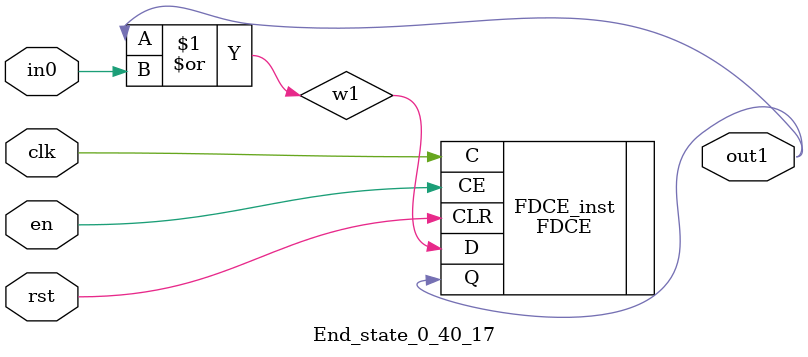
<source format=v>
module engine_0_40(out,clk,sod,en, in_100, in_101, in_0, in_1, in_12, in_13, in_15, in_16, in_19);
//pcre: /^\s\srad\s\d+\x2E\d+\x2E\d+\s\s\x3E\x3C/smi
//block char: \x3E[8], \x3C[8], ^[9], \x20[8], \x2E[8], \d[5], a[0], r[0], d[0], 

	input clk,sod,en;

	input in_100, in_101, in_0, in_1, in_12, in_13, in_15, in_16, in_19;
	output out;

	assign w0 = 1'b1;
	state_0_40_1 BlockState_0_40_1 (w1,in_0,clk,en,sod,w0);
	state_0_40_2 BlockState_0_40_2 (w2,in_1,clk,en,sod,w1);
	state_0_40_3 BlockState_0_40_3 (w3,in_1,clk,en,sod,w2);
	state_0_40_4 BlockState_0_40_4 (w4,in_16,clk,en,sod,w3);
	state_0_40_5 BlockState_0_40_5 (w5,in_15,clk,en,sod,w4);
	state_0_40_6 BlockState_0_40_6 (w6,in_19,clk,en,sod,w5);
	state_0_40_7 BlockState_0_40_7 (w7,in_1,clk,en,sod,w6);
	state_0_40_8 BlockState_0_40_8 (w8,in_13,clk,en,sod,w8,w7);
	state_0_40_9 BlockState_0_40_9 (w9,in_12,clk,en,sod,w8);
	state_0_40_10 BlockState_0_40_10 (w10,in_13,clk,en,sod,w10,w9);
	state_0_40_11 BlockState_0_40_11 (w11,in_12,clk,en,sod,w10);
	state_0_40_12 BlockState_0_40_12 (w12,in_13,clk,en,sod,w12,w11);
	state_0_40_13 BlockState_0_40_13 (w13,in_1,clk,en,sod,w12);
	state_0_40_14 BlockState_0_40_14 (w14,in_1,clk,en,sod,w13);
	state_0_40_15 BlockState_0_40_15 (w15,in_100,clk,en,sod,w14);
	state_0_40_16 BlockState_0_40_16 (w16,in_101,clk,en,sod,w15);
	End_state_0_40_17 BlockState_0_40_17 (out,clk,en,sod,w16);
endmodule

module state_0_40_1(out1,in_char,clk,en,rst,in0);
	input in_char,clk,en,rst,in0;
	output out1;
	wire w1,w2;
	assign w1 = in0; 
	and(w2,in_char,w1);
	FDCE #(.INIT(1'b0)) FDCE_inst (
		.Q(out1),
		.C(clk),
		.CE(en),
		.CLR(rst),
		.D(w2)
);
endmodule

module state_0_40_2(out1,in_char,clk,en,rst,in0);
	input in_char,clk,en,rst,in0;
	output out1;
	wire w1,w2;
	assign w1 = in0; 
	and(w2,in_char,w1);
	FDCE #(.INIT(1'b0)) FDCE_inst (
		.Q(out1),
		.C(clk),
		.CE(en),
		.CLR(rst),
		.D(w2)
);
endmodule

module state_0_40_3(out1,in_char,clk,en,rst,in0);
	input in_char,clk,en,rst,in0;
	output out1;
	wire w1,w2;
	assign w1 = in0; 
	and(w2,in_char,w1);
	FDCE #(.INIT(1'b0)) FDCE_inst (
		.Q(out1),
		.C(clk),
		.CE(en),
		.CLR(rst),
		.D(w2)
);
endmodule

module state_0_40_4(out1,in_char,clk,en,rst,in0);
	input in_char,clk,en,rst,in0;
	output out1;
	wire w1,w2;
	assign w1 = in0; 
	and(w2,in_char,w1);
	FDCE #(.INIT(1'b0)) FDCE_inst (
		.Q(out1),
		.C(clk),
		.CE(en),
		.CLR(rst),
		.D(w2)
);
endmodule

module state_0_40_5(out1,in_char,clk,en,rst,in0);
	input in_char,clk,en,rst,in0;
	output out1;
	wire w1,w2;
	assign w1 = in0; 
	and(w2,in_char,w1);
	FDCE #(.INIT(1'b0)) FDCE_inst (
		.Q(out1),
		.C(clk),
		.CE(en),
		.CLR(rst),
		.D(w2)
);
endmodule

module state_0_40_6(out1,in_char,clk,en,rst,in0);
	input in_char,clk,en,rst,in0;
	output out1;
	wire w1,w2;
	assign w1 = in0; 
	and(w2,in_char,w1);
	FDCE #(.INIT(1'b0)) FDCE_inst (
		.Q(out1),
		.C(clk),
		.CE(en),
		.CLR(rst),
		.D(w2)
);
endmodule

module state_0_40_7(out1,in_char,clk,en,rst,in0);
	input in_char,clk,en,rst,in0;
	output out1;
	wire w1,w2;
	assign w1 = in0; 
	and(w2,in_char,w1);
	FDCE #(.INIT(1'b0)) FDCE_inst (
		.Q(out1),
		.C(clk),
		.CE(en),
		.CLR(rst),
		.D(w2)
);
endmodule

module state_0_40_8(out1,in_char,clk,en,rst,in0,in1);
	input in_char,clk,en,rst,in0,in1;
	output out1;
	wire w1,w2;
	or(w1,in0,in1);
	and(w2,in_char,w1);
	FDCE #(.INIT(1'b0)) FDCE_inst (
		.Q(out1),
		.C(clk),
		.CE(en),
		.CLR(rst),
		.D(w2)
);
endmodule

module state_0_40_9(out1,in_char,clk,en,rst,in0);
	input in_char,clk,en,rst,in0;
	output out1;
	wire w1,w2;
	assign w1 = in0; 
	and(w2,in_char,w1);
	FDCE #(.INIT(1'b0)) FDCE_inst (
		.Q(out1),
		.C(clk),
		.CE(en),
		.CLR(rst),
		.D(w2)
);
endmodule

module state_0_40_10(out1,in_char,clk,en,rst,in0,in1);
	input in_char,clk,en,rst,in0,in1;
	output out1;
	wire w1,w2;
	or(w1,in0,in1);
	and(w2,in_char,w1);
	FDCE #(.INIT(1'b0)) FDCE_inst (
		.Q(out1),
		.C(clk),
		.CE(en),
		.CLR(rst),
		.D(w2)
);
endmodule

module state_0_40_11(out1,in_char,clk,en,rst,in0);
	input in_char,clk,en,rst,in0;
	output out1;
	wire w1,w2;
	assign w1 = in0; 
	and(w2,in_char,w1);
	FDCE #(.INIT(1'b0)) FDCE_inst (
		.Q(out1),
		.C(clk),
		.CE(en),
		.CLR(rst),
		.D(w2)
);
endmodule

module state_0_40_12(out1,in_char,clk,en,rst,in0,in1);
	input in_char,clk,en,rst,in0,in1;
	output out1;
	wire w1,w2;
	or(w1,in0,in1);
	and(w2,in_char,w1);
	FDCE #(.INIT(1'b0)) FDCE_inst (
		.Q(out1),
		.C(clk),
		.CE(en),
		.CLR(rst),
		.D(w2)
);
endmodule

module state_0_40_13(out1,in_char,clk,en,rst,in0);
	input in_char,clk,en,rst,in0;
	output out1;
	wire w1,w2;
	assign w1 = in0; 
	and(w2,in_char,w1);
	FDCE #(.INIT(1'b0)) FDCE_inst (
		.Q(out1),
		.C(clk),
		.CE(en),
		.CLR(rst),
		.D(w2)
);
endmodule

module state_0_40_14(out1,in_char,clk,en,rst,in0);
	input in_char,clk,en,rst,in0;
	output out1;
	wire w1,w2;
	assign w1 = in0; 
	and(w2,in_char,w1);
	FDCE #(.INIT(1'b0)) FDCE_inst (
		.Q(out1),
		.C(clk),
		.CE(en),
		.CLR(rst),
		.D(w2)
);
endmodule

module state_0_40_15(out1,in_char,clk,en,rst,in0);
	input in_char,clk,en,rst,in0;
	output out1;
	wire w1,w2;
	assign w1 = in0; 
	and(w2,in_char,w1);
	FDCE #(.INIT(1'b0)) FDCE_inst (
		.Q(out1),
		.C(clk),
		.CE(en),
		.CLR(rst),
		.D(w2)
);
endmodule

module state_0_40_16(out1,in_char,clk,en,rst,in0);
	input in_char,clk,en,rst,in0;
	output out1;
	wire w1,w2;
	assign w1 = in0; 
	and(w2,in_char,w1);
	FDCE #(.INIT(1'b0)) FDCE_inst (
		.Q(out1),
		.C(clk),
		.CE(en),
		.CLR(rst),
		.D(w2)
);
endmodule

module End_state_0_40_17(out1,clk,en,rst,in0);
	input clk,rst,en,in0;
	output out1;
	wire w1;
	or(w1,out1,in0);
	FDCE #(.INIT(1'b0)) FDCE_inst (
		.Q(out1),
		.C(clk),
		.CE(en),
		.CLR(rst),
		.D(w1)
);
endmodule


</source>
